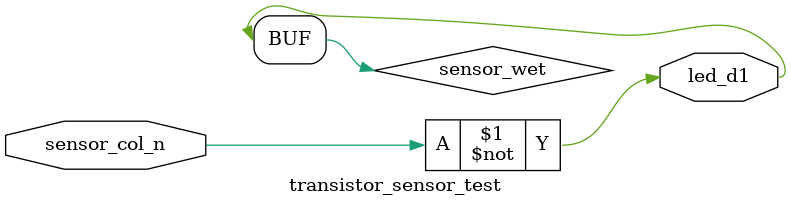
<source format=sv>
module transistor_sensor_test (
    // Vai a 0V quando o transistor satura (sensor molhado)
    input  logic sensor_col_n, //C1 no ipf

    // LED na placa (pino D1): 1 = aceso
    output logic led_d1 //D1 no ipf
);

    // Converte de ativo-baixo (0=molhado) para ativo-alto
    logic sensor_wet;
    assign sensor_wet = ~sensor_col_n;

    // Acende o LED quando estiver molhado
    assign led_d1 = sensor_wet;

    // Se quiser também expor um comando de bomba depois:
    // output logic pump_on
    // assign pump_on = sensor_wet;

endmodule


</source>
